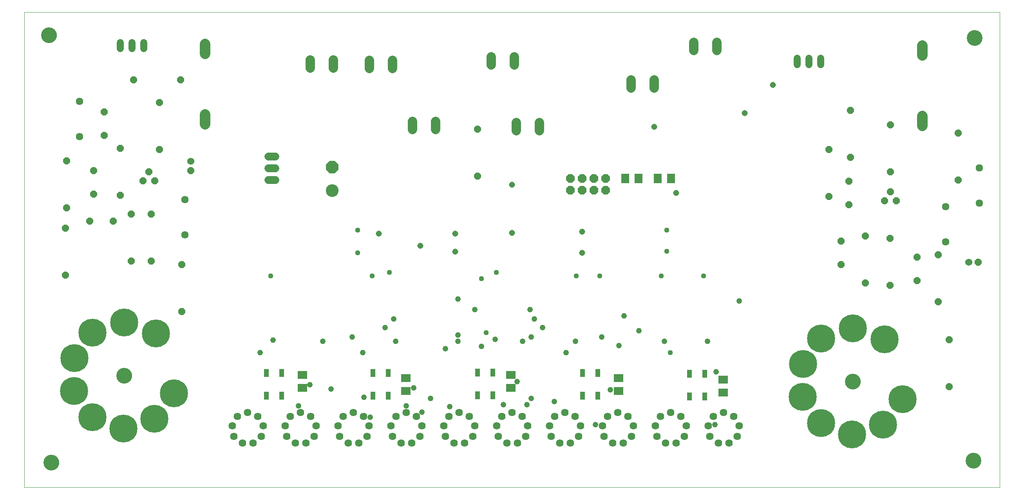
<source format=gts>
G75*
%MOIN*%
%OFA0B0*%
%FSLAX25Y25*%
%IPPOS*%
%LPD*%
%AMOC8*
5,1,8,0,0,1.08239X$1,22.5*
%
%ADD10C,0.00000*%
%ADD11C,0.07850*%
%ADD12OC8,0.06000*%
%ADD13R,0.07887X0.07099*%
%ADD14C,0.06000*%
%ADD15C,0.06343*%
%ADD16C,0.09050*%
%ADD17R,0.04343X0.06706*%
%ADD18R,0.07099X0.07898*%
%ADD19C,0.06000*%
%ADD20C,0.06400*%
%ADD21C,0.23800*%
%ADD22OC8,0.07400*%
%ADD23C,0.13398*%
%ADD24C,0.06800*%
%ADD25C,0.10800*%
%ADD26OC8,0.10800*%
%ADD27C,0.05156*%
%ADD28C,0.04369*%
%ADD29C,0.04762*%
%ADD30C,0.04800*%
D10*
X0002200Y0002700D02*
X0002200Y0407401D01*
X0832121Y0407401D01*
X0832121Y0002700D01*
X0002200Y0002700D01*
X0018901Y0023700D02*
X0018903Y0023858D01*
X0018909Y0024016D01*
X0018919Y0024174D01*
X0018933Y0024332D01*
X0018951Y0024489D01*
X0018972Y0024646D01*
X0018998Y0024802D01*
X0019028Y0024958D01*
X0019061Y0025113D01*
X0019099Y0025266D01*
X0019140Y0025419D01*
X0019185Y0025571D01*
X0019234Y0025722D01*
X0019287Y0025871D01*
X0019343Y0026019D01*
X0019403Y0026165D01*
X0019467Y0026310D01*
X0019535Y0026453D01*
X0019606Y0026595D01*
X0019680Y0026735D01*
X0019758Y0026872D01*
X0019840Y0027008D01*
X0019924Y0027142D01*
X0020013Y0027273D01*
X0020104Y0027402D01*
X0020199Y0027529D01*
X0020296Y0027654D01*
X0020397Y0027776D01*
X0020501Y0027895D01*
X0020608Y0028012D01*
X0020718Y0028126D01*
X0020831Y0028237D01*
X0020946Y0028346D01*
X0021064Y0028451D01*
X0021185Y0028553D01*
X0021308Y0028653D01*
X0021434Y0028749D01*
X0021562Y0028842D01*
X0021692Y0028932D01*
X0021825Y0029018D01*
X0021960Y0029102D01*
X0022096Y0029181D01*
X0022235Y0029258D01*
X0022376Y0029330D01*
X0022518Y0029400D01*
X0022662Y0029465D01*
X0022808Y0029527D01*
X0022955Y0029585D01*
X0023104Y0029640D01*
X0023254Y0029691D01*
X0023405Y0029738D01*
X0023557Y0029781D01*
X0023710Y0029820D01*
X0023865Y0029856D01*
X0024020Y0029887D01*
X0024176Y0029915D01*
X0024332Y0029939D01*
X0024489Y0029959D01*
X0024647Y0029975D01*
X0024804Y0029987D01*
X0024963Y0029995D01*
X0025121Y0029999D01*
X0025279Y0029999D01*
X0025437Y0029995D01*
X0025596Y0029987D01*
X0025753Y0029975D01*
X0025911Y0029959D01*
X0026068Y0029939D01*
X0026224Y0029915D01*
X0026380Y0029887D01*
X0026535Y0029856D01*
X0026690Y0029820D01*
X0026843Y0029781D01*
X0026995Y0029738D01*
X0027146Y0029691D01*
X0027296Y0029640D01*
X0027445Y0029585D01*
X0027592Y0029527D01*
X0027738Y0029465D01*
X0027882Y0029400D01*
X0028024Y0029330D01*
X0028165Y0029258D01*
X0028304Y0029181D01*
X0028440Y0029102D01*
X0028575Y0029018D01*
X0028708Y0028932D01*
X0028838Y0028842D01*
X0028966Y0028749D01*
X0029092Y0028653D01*
X0029215Y0028553D01*
X0029336Y0028451D01*
X0029454Y0028346D01*
X0029569Y0028237D01*
X0029682Y0028126D01*
X0029792Y0028012D01*
X0029899Y0027895D01*
X0030003Y0027776D01*
X0030104Y0027654D01*
X0030201Y0027529D01*
X0030296Y0027402D01*
X0030387Y0027273D01*
X0030476Y0027142D01*
X0030560Y0027008D01*
X0030642Y0026872D01*
X0030720Y0026735D01*
X0030794Y0026595D01*
X0030865Y0026453D01*
X0030933Y0026310D01*
X0030997Y0026165D01*
X0031057Y0026019D01*
X0031113Y0025871D01*
X0031166Y0025722D01*
X0031215Y0025571D01*
X0031260Y0025419D01*
X0031301Y0025266D01*
X0031339Y0025113D01*
X0031372Y0024958D01*
X0031402Y0024802D01*
X0031428Y0024646D01*
X0031449Y0024489D01*
X0031467Y0024332D01*
X0031481Y0024174D01*
X0031491Y0024016D01*
X0031497Y0023858D01*
X0031499Y0023700D01*
X0031497Y0023542D01*
X0031491Y0023384D01*
X0031481Y0023226D01*
X0031467Y0023068D01*
X0031449Y0022911D01*
X0031428Y0022754D01*
X0031402Y0022598D01*
X0031372Y0022442D01*
X0031339Y0022287D01*
X0031301Y0022134D01*
X0031260Y0021981D01*
X0031215Y0021829D01*
X0031166Y0021678D01*
X0031113Y0021529D01*
X0031057Y0021381D01*
X0030997Y0021235D01*
X0030933Y0021090D01*
X0030865Y0020947D01*
X0030794Y0020805D01*
X0030720Y0020665D01*
X0030642Y0020528D01*
X0030560Y0020392D01*
X0030476Y0020258D01*
X0030387Y0020127D01*
X0030296Y0019998D01*
X0030201Y0019871D01*
X0030104Y0019746D01*
X0030003Y0019624D01*
X0029899Y0019505D01*
X0029792Y0019388D01*
X0029682Y0019274D01*
X0029569Y0019163D01*
X0029454Y0019054D01*
X0029336Y0018949D01*
X0029215Y0018847D01*
X0029092Y0018747D01*
X0028966Y0018651D01*
X0028838Y0018558D01*
X0028708Y0018468D01*
X0028575Y0018382D01*
X0028440Y0018298D01*
X0028304Y0018219D01*
X0028165Y0018142D01*
X0028024Y0018070D01*
X0027882Y0018000D01*
X0027738Y0017935D01*
X0027592Y0017873D01*
X0027445Y0017815D01*
X0027296Y0017760D01*
X0027146Y0017709D01*
X0026995Y0017662D01*
X0026843Y0017619D01*
X0026690Y0017580D01*
X0026535Y0017544D01*
X0026380Y0017513D01*
X0026224Y0017485D01*
X0026068Y0017461D01*
X0025911Y0017441D01*
X0025753Y0017425D01*
X0025596Y0017413D01*
X0025437Y0017405D01*
X0025279Y0017401D01*
X0025121Y0017401D01*
X0024963Y0017405D01*
X0024804Y0017413D01*
X0024647Y0017425D01*
X0024489Y0017441D01*
X0024332Y0017461D01*
X0024176Y0017485D01*
X0024020Y0017513D01*
X0023865Y0017544D01*
X0023710Y0017580D01*
X0023557Y0017619D01*
X0023405Y0017662D01*
X0023254Y0017709D01*
X0023104Y0017760D01*
X0022955Y0017815D01*
X0022808Y0017873D01*
X0022662Y0017935D01*
X0022518Y0018000D01*
X0022376Y0018070D01*
X0022235Y0018142D01*
X0022096Y0018219D01*
X0021960Y0018298D01*
X0021825Y0018382D01*
X0021692Y0018468D01*
X0021562Y0018558D01*
X0021434Y0018651D01*
X0021308Y0018747D01*
X0021185Y0018847D01*
X0021064Y0018949D01*
X0020946Y0019054D01*
X0020831Y0019163D01*
X0020718Y0019274D01*
X0020608Y0019388D01*
X0020501Y0019505D01*
X0020397Y0019624D01*
X0020296Y0019746D01*
X0020199Y0019871D01*
X0020104Y0019998D01*
X0020013Y0020127D01*
X0019924Y0020258D01*
X0019840Y0020392D01*
X0019758Y0020528D01*
X0019680Y0020665D01*
X0019606Y0020805D01*
X0019535Y0020947D01*
X0019467Y0021090D01*
X0019403Y0021235D01*
X0019343Y0021381D01*
X0019287Y0021529D01*
X0019234Y0021678D01*
X0019185Y0021829D01*
X0019140Y0021981D01*
X0019099Y0022134D01*
X0019061Y0022287D01*
X0019028Y0022442D01*
X0018998Y0022598D01*
X0018972Y0022754D01*
X0018951Y0022911D01*
X0018933Y0023068D01*
X0018919Y0023226D01*
X0018909Y0023384D01*
X0018903Y0023542D01*
X0018901Y0023700D01*
X0080901Y0097700D02*
X0080903Y0097858D01*
X0080909Y0098016D01*
X0080919Y0098174D01*
X0080933Y0098332D01*
X0080951Y0098489D01*
X0080972Y0098646D01*
X0080998Y0098802D01*
X0081028Y0098958D01*
X0081061Y0099113D01*
X0081099Y0099266D01*
X0081140Y0099419D01*
X0081185Y0099571D01*
X0081234Y0099722D01*
X0081287Y0099871D01*
X0081343Y0100019D01*
X0081403Y0100165D01*
X0081467Y0100310D01*
X0081535Y0100453D01*
X0081606Y0100595D01*
X0081680Y0100735D01*
X0081758Y0100872D01*
X0081840Y0101008D01*
X0081924Y0101142D01*
X0082013Y0101273D01*
X0082104Y0101402D01*
X0082199Y0101529D01*
X0082296Y0101654D01*
X0082397Y0101776D01*
X0082501Y0101895D01*
X0082608Y0102012D01*
X0082718Y0102126D01*
X0082831Y0102237D01*
X0082946Y0102346D01*
X0083064Y0102451D01*
X0083185Y0102553D01*
X0083308Y0102653D01*
X0083434Y0102749D01*
X0083562Y0102842D01*
X0083692Y0102932D01*
X0083825Y0103018D01*
X0083960Y0103102D01*
X0084096Y0103181D01*
X0084235Y0103258D01*
X0084376Y0103330D01*
X0084518Y0103400D01*
X0084662Y0103465D01*
X0084808Y0103527D01*
X0084955Y0103585D01*
X0085104Y0103640D01*
X0085254Y0103691D01*
X0085405Y0103738D01*
X0085557Y0103781D01*
X0085710Y0103820D01*
X0085865Y0103856D01*
X0086020Y0103887D01*
X0086176Y0103915D01*
X0086332Y0103939D01*
X0086489Y0103959D01*
X0086647Y0103975D01*
X0086804Y0103987D01*
X0086963Y0103995D01*
X0087121Y0103999D01*
X0087279Y0103999D01*
X0087437Y0103995D01*
X0087596Y0103987D01*
X0087753Y0103975D01*
X0087911Y0103959D01*
X0088068Y0103939D01*
X0088224Y0103915D01*
X0088380Y0103887D01*
X0088535Y0103856D01*
X0088690Y0103820D01*
X0088843Y0103781D01*
X0088995Y0103738D01*
X0089146Y0103691D01*
X0089296Y0103640D01*
X0089445Y0103585D01*
X0089592Y0103527D01*
X0089738Y0103465D01*
X0089882Y0103400D01*
X0090024Y0103330D01*
X0090165Y0103258D01*
X0090304Y0103181D01*
X0090440Y0103102D01*
X0090575Y0103018D01*
X0090708Y0102932D01*
X0090838Y0102842D01*
X0090966Y0102749D01*
X0091092Y0102653D01*
X0091215Y0102553D01*
X0091336Y0102451D01*
X0091454Y0102346D01*
X0091569Y0102237D01*
X0091682Y0102126D01*
X0091792Y0102012D01*
X0091899Y0101895D01*
X0092003Y0101776D01*
X0092104Y0101654D01*
X0092201Y0101529D01*
X0092296Y0101402D01*
X0092387Y0101273D01*
X0092476Y0101142D01*
X0092560Y0101008D01*
X0092642Y0100872D01*
X0092720Y0100735D01*
X0092794Y0100595D01*
X0092865Y0100453D01*
X0092933Y0100310D01*
X0092997Y0100165D01*
X0093057Y0100019D01*
X0093113Y0099871D01*
X0093166Y0099722D01*
X0093215Y0099571D01*
X0093260Y0099419D01*
X0093301Y0099266D01*
X0093339Y0099113D01*
X0093372Y0098958D01*
X0093402Y0098802D01*
X0093428Y0098646D01*
X0093449Y0098489D01*
X0093467Y0098332D01*
X0093481Y0098174D01*
X0093491Y0098016D01*
X0093497Y0097858D01*
X0093499Y0097700D01*
X0093497Y0097542D01*
X0093491Y0097384D01*
X0093481Y0097226D01*
X0093467Y0097068D01*
X0093449Y0096911D01*
X0093428Y0096754D01*
X0093402Y0096598D01*
X0093372Y0096442D01*
X0093339Y0096287D01*
X0093301Y0096134D01*
X0093260Y0095981D01*
X0093215Y0095829D01*
X0093166Y0095678D01*
X0093113Y0095529D01*
X0093057Y0095381D01*
X0092997Y0095235D01*
X0092933Y0095090D01*
X0092865Y0094947D01*
X0092794Y0094805D01*
X0092720Y0094665D01*
X0092642Y0094528D01*
X0092560Y0094392D01*
X0092476Y0094258D01*
X0092387Y0094127D01*
X0092296Y0093998D01*
X0092201Y0093871D01*
X0092104Y0093746D01*
X0092003Y0093624D01*
X0091899Y0093505D01*
X0091792Y0093388D01*
X0091682Y0093274D01*
X0091569Y0093163D01*
X0091454Y0093054D01*
X0091336Y0092949D01*
X0091215Y0092847D01*
X0091092Y0092747D01*
X0090966Y0092651D01*
X0090838Y0092558D01*
X0090708Y0092468D01*
X0090575Y0092382D01*
X0090440Y0092298D01*
X0090304Y0092219D01*
X0090165Y0092142D01*
X0090024Y0092070D01*
X0089882Y0092000D01*
X0089738Y0091935D01*
X0089592Y0091873D01*
X0089445Y0091815D01*
X0089296Y0091760D01*
X0089146Y0091709D01*
X0088995Y0091662D01*
X0088843Y0091619D01*
X0088690Y0091580D01*
X0088535Y0091544D01*
X0088380Y0091513D01*
X0088224Y0091485D01*
X0088068Y0091461D01*
X0087911Y0091441D01*
X0087753Y0091425D01*
X0087596Y0091413D01*
X0087437Y0091405D01*
X0087279Y0091401D01*
X0087121Y0091401D01*
X0086963Y0091405D01*
X0086804Y0091413D01*
X0086647Y0091425D01*
X0086489Y0091441D01*
X0086332Y0091461D01*
X0086176Y0091485D01*
X0086020Y0091513D01*
X0085865Y0091544D01*
X0085710Y0091580D01*
X0085557Y0091619D01*
X0085405Y0091662D01*
X0085254Y0091709D01*
X0085104Y0091760D01*
X0084955Y0091815D01*
X0084808Y0091873D01*
X0084662Y0091935D01*
X0084518Y0092000D01*
X0084376Y0092070D01*
X0084235Y0092142D01*
X0084096Y0092219D01*
X0083960Y0092298D01*
X0083825Y0092382D01*
X0083692Y0092468D01*
X0083562Y0092558D01*
X0083434Y0092651D01*
X0083308Y0092747D01*
X0083185Y0092847D01*
X0083064Y0092949D01*
X0082946Y0093054D01*
X0082831Y0093163D01*
X0082718Y0093274D01*
X0082608Y0093388D01*
X0082501Y0093505D01*
X0082397Y0093624D01*
X0082296Y0093746D01*
X0082199Y0093871D01*
X0082104Y0093998D01*
X0082013Y0094127D01*
X0081924Y0094258D01*
X0081840Y0094392D01*
X0081758Y0094528D01*
X0081680Y0094665D01*
X0081606Y0094805D01*
X0081535Y0094947D01*
X0081467Y0095090D01*
X0081403Y0095235D01*
X0081343Y0095381D01*
X0081287Y0095529D01*
X0081234Y0095678D01*
X0081185Y0095829D01*
X0081140Y0095981D01*
X0081099Y0096134D01*
X0081061Y0096287D01*
X0081028Y0096442D01*
X0080998Y0096598D01*
X0080972Y0096754D01*
X0080951Y0096911D01*
X0080933Y0097068D01*
X0080919Y0097226D01*
X0080909Y0097384D01*
X0080903Y0097542D01*
X0080901Y0097700D01*
X0016901Y0387700D02*
X0016903Y0387858D01*
X0016909Y0388016D01*
X0016919Y0388174D01*
X0016933Y0388332D01*
X0016951Y0388489D01*
X0016972Y0388646D01*
X0016998Y0388802D01*
X0017028Y0388958D01*
X0017061Y0389113D01*
X0017099Y0389266D01*
X0017140Y0389419D01*
X0017185Y0389571D01*
X0017234Y0389722D01*
X0017287Y0389871D01*
X0017343Y0390019D01*
X0017403Y0390165D01*
X0017467Y0390310D01*
X0017535Y0390453D01*
X0017606Y0390595D01*
X0017680Y0390735D01*
X0017758Y0390872D01*
X0017840Y0391008D01*
X0017924Y0391142D01*
X0018013Y0391273D01*
X0018104Y0391402D01*
X0018199Y0391529D01*
X0018296Y0391654D01*
X0018397Y0391776D01*
X0018501Y0391895D01*
X0018608Y0392012D01*
X0018718Y0392126D01*
X0018831Y0392237D01*
X0018946Y0392346D01*
X0019064Y0392451D01*
X0019185Y0392553D01*
X0019308Y0392653D01*
X0019434Y0392749D01*
X0019562Y0392842D01*
X0019692Y0392932D01*
X0019825Y0393018D01*
X0019960Y0393102D01*
X0020096Y0393181D01*
X0020235Y0393258D01*
X0020376Y0393330D01*
X0020518Y0393400D01*
X0020662Y0393465D01*
X0020808Y0393527D01*
X0020955Y0393585D01*
X0021104Y0393640D01*
X0021254Y0393691D01*
X0021405Y0393738D01*
X0021557Y0393781D01*
X0021710Y0393820D01*
X0021865Y0393856D01*
X0022020Y0393887D01*
X0022176Y0393915D01*
X0022332Y0393939D01*
X0022489Y0393959D01*
X0022647Y0393975D01*
X0022804Y0393987D01*
X0022963Y0393995D01*
X0023121Y0393999D01*
X0023279Y0393999D01*
X0023437Y0393995D01*
X0023596Y0393987D01*
X0023753Y0393975D01*
X0023911Y0393959D01*
X0024068Y0393939D01*
X0024224Y0393915D01*
X0024380Y0393887D01*
X0024535Y0393856D01*
X0024690Y0393820D01*
X0024843Y0393781D01*
X0024995Y0393738D01*
X0025146Y0393691D01*
X0025296Y0393640D01*
X0025445Y0393585D01*
X0025592Y0393527D01*
X0025738Y0393465D01*
X0025882Y0393400D01*
X0026024Y0393330D01*
X0026165Y0393258D01*
X0026304Y0393181D01*
X0026440Y0393102D01*
X0026575Y0393018D01*
X0026708Y0392932D01*
X0026838Y0392842D01*
X0026966Y0392749D01*
X0027092Y0392653D01*
X0027215Y0392553D01*
X0027336Y0392451D01*
X0027454Y0392346D01*
X0027569Y0392237D01*
X0027682Y0392126D01*
X0027792Y0392012D01*
X0027899Y0391895D01*
X0028003Y0391776D01*
X0028104Y0391654D01*
X0028201Y0391529D01*
X0028296Y0391402D01*
X0028387Y0391273D01*
X0028476Y0391142D01*
X0028560Y0391008D01*
X0028642Y0390872D01*
X0028720Y0390735D01*
X0028794Y0390595D01*
X0028865Y0390453D01*
X0028933Y0390310D01*
X0028997Y0390165D01*
X0029057Y0390019D01*
X0029113Y0389871D01*
X0029166Y0389722D01*
X0029215Y0389571D01*
X0029260Y0389419D01*
X0029301Y0389266D01*
X0029339Y0389113D01*
X0029372Y0388958D01*
X0029402Y0388802D01*
X0029428Y0388646D01*
X0029449Y0388489D01*
X0029467Y0388332D01*
X0029481Y0388174D01*
X0029491Y0388016D01*
X0029497Y0387858D01*
X0029499Y0387700D01*
X0029497Y0387542D01*
X0029491Y0387384D01*
X0029481Y0387226D01*
X0029467Y0387068D01*
X0029449Y0386911D01*
X0029428Y0386754D01*
X0029402Y0386598D01*
X0029372Y0386442D01*
X0029339Y0386287D01*
X0029301Y0386134D01*
X0029260Y0385981D01*
X0029215Y0385829D01*
X0029166Y0385678D01*
X0029113Y0385529D01*
X0029057Y0385381D01*
X0028997Y0385235D01*
X0028933Y0385090D01*
X0028865Y0384947D01*
X0028794Y0384805D01*
X0028720Y0384665D01*
X0028642Y0384528D01*
X0028560Y0384392D01*
X0028476Y0384258D01*
X0028387Y0384127D01*
X0028296Y0383998D01*
X0028201Y0383871D01*
X0028104Y0383746D01*
X0028003Y0383624D01*
X0027899Y0383505D01*
X0027792Y0383388D01*
X0027682Y0383274D01*
X0027569Y0383163D01*
X0027454Y0383054D01*
X0027336Y0382949D01*
X0027215Y0382847D01*
X0027092Y0382747D01*
X0026966Y0382651D01*
X0026838Y0382558D01*
X0026708Y0382468D01*
X0026575Y0382382D01*
X0026440Y0382298D01*
X0026304Y0382219D01*
X0026165Y0382142D01*
X0026024Y0382070D01*
X0025882Y0382000D01*
X0025738Y0381935D01*
X0025592Y0381873D01*
X0025445Y0381815D01*
X0025296Y0381760D01*
X0025146Y0381709D01*
X0024995Y0381662D01*
X0024843Y0381619D01*
X0024690Y0381580D01*
X0024535Y0381544D01*
X0024380Y0381513D01*
X0024224Y0381485D01*
X0024068Y0381461D01*
X0023911Y0381441D01*
X0023753Y0381425D01*
X0023596Y0381413D01*
X0023437Y0381405D01*
X0023279Y0381401D01*
X0023121Y0381401D01*
X0022963Y0381405D01*
X0022804Y0381413D01*
X0022647Y0381425D01*
X0022489Y0381441D01*
X0022332Y0381461D01*
X0022176Y0381485D01*
X0022020Y0381513D01*
X0021865Y0381544D01*
X0021710Y0381580D01*
X0021557Y0381619D01*
X0021405Y0381662D01*
X0021254Y0381709D01*
X0021104Y0381760D01*
X0020955Y0381815D01*
X0020808Y0381873D01*
X0020662Y0381935D01*
X0020518Y0382000D01*
X0020376Y0382070D01*
X0020235Y0382142D01*
X0020096Y0382219D01*
X0019960Y0382298D01*
X0019825Y0382382D01*
X0019692Y0382468D01*
X0019562Y0382558D01*
X0019434Y0382651D01*
X0019308Y0382747D01*
X0019185Y0382847D01*
X0019064Y0382949D01*
X0018946Y0383054D01*
X0018831Y0383163D01*
X0018718Y0383274D01*
X0018608Y0383388D01*
X0018501Y0383505D01*
X0018397Y0383624D01*
X0018296Y0383746D01*
X0018199Y0383871D01*
X0018104Y0383998D01*
X0018013Y0384127D01*
X0017924Y0384258D01*
X0017840Y0384392D01*
X0017758Y0384528D01*
X0017680Y0384665D01*
X0017606Y0384805D01*
X0017535Y0384947D01*
X0017467Y0385090D01*
X0017403Y0385235D01*
X0017343Y0385381D01*
X0017287Y0385529D01*
X0017234Y0385678D01*
X0017185Y0385829D01*
X0017140Y0385981D01*
X0017099Y0386134D01*
X0017061Y0386287D01*
X0017028Y0386442D01*
X0016998Y0386598D01*
X0016972Y0386754D01*
X0016951Y0386911D01*
X0016933Y0387068D01*
X0016919Y0387226D01*
X0016909Y0387384D01*
X0016903Y0387542D01*
X0016901Y0387700D01*
X0700901Y0092700D02*
X0700903Y0092858D01*
X0700909Y0093016D01*
X0700919Y0093174D01*
X0700933Y0093332D01*
X0700951Y0093489D01*
X0700972Y0093646D01*
X0700998Y0093802D01*
X0701028Y0093958D01*
X0701061Y0094113D01*
X0701099Y0094266D01*
X0701140Y0094419D01*
X0701185Y0094571D01*
X0701234Y0094722D01*
X0701287Y0094871D01*
X0701343Y0095019D01*
X0701403Y0095165D01*
X0701467Y0095310D01*
X0701535Y0095453D01*
X0701606Y0095595D01*
X0701680Y0095735D01*
X0701758Y0095872D01*
X0701840Y0096008D01*
X0701924Y0096142D01*
X0702013Y0096273D01*
X0702104Y0096402D01*
X0702199Y0096529D01*
X0702296Y0096654D01*
X0702397Y0096776D01*
X0702501Y0096895D01*
X0702608Y0097012D01*
X0702718Y0097126D01*
X0702831Y0097237D01*
X0702946Y0097346D01*
X0703064Y0097451D01*
X0703185Y0097553D01*
X0703308Y0097653D01*
X0703434Y0097749D01*
X0703562Y0097842D01*
X0703692Y0097932D01*
X0703825Y0098018D01*
X0703960Y0098102D01*
X0704096Y0098181D01*
X0704235Y0098258D01*
X0704376Y0098330D01*
X0704518Y0098400D01*
X0704662Y0098465D01*
X0704808Y0098527D01*
X0704955Y0098585D01*
X0705104Y0098640D01*
X0705254Y0098691D01*
X0705405Y0098738D01*
X0705557Y0098781D01*
X0705710Y0098820D01*
X0705865Y0098856D01*
X0706020Y0098887D01*
X0706176Y0098915D01*
X0706332Y0098939D01*
X0706489Y0098959D01*
X0706647Y0098975D01*
X0706804Y0098987D01*
X0706963Y0098995D01*
X0707121Y0098999D01*
X0707279Y0098999D01*
X0707437Y0098995D01*
X0707596Y0098987D01*
X0707753Y0098975D01*
X0707911Y0098959D01*
X0708068Y0098939D01*
X0708224Y0098915D01*
X0708380Y0098887D01*
X0708535Y0098856D01*
X0708690Y0098820D01*
X0708843Y0098781D01*
X0708995Y0098738D01*
X0709146Y0098691D01*
X0709296Y0098640D01*
X0709445Y0098585D01*
X0709592Y0098527D01*
X0709738Y0098465D01*
X0709882Y0098400D01*
X0710024Y0098330D01*
X0710165Y0098258D01*
X0710304Y0098181D01*
X0710440Y0098102D01*
X0710575Y0098018D01*
X0710708Y0097932D01*
X0710838Y0097842D01*
X0710966Y0097749D01*
X0711092Y0097653D01*
X0711215Y0097553D01*
X0711336Y0097451D01*
X0711454Y0097346D01*
X0711569Y0097237D01*
X0711682Y0097126D01*
X0711792Y0097012D01*
X0711899Y0096895D01*
X0712003Y0096776D01*
X0712104Y0096654D01*
X0712201Y0096529D01*
X0712296Y0096402D01*
X0712387Y0096273D01*
X0712476Y0096142D01*
X0712560Y0096008D01*
X0712642Y0095872D01*
X0712720Y0095735D01*
X0712794Y0095595D01*
X0712865Y0095453D01*
X0712933Y0095310D01*
X0712997Y0095165D01*
X0713057Y0095019D01*
X0713113Y0094871D01*
X0713166Y0094722D01*
X0713215Y0094571D01*
X0713260Y0094419D01*
X0713301Y0094266D01*
X0713339Y0094113D01*
X0713372Y0093958D01*
X0713402Y0093802D01*
X0713428Y0093646D01*
X0713449Y0093489D01*
X0713467Y0093332D01*
X0713481Y0093174D01*
X0713491Y0093016D01*
X0713497Y0092858D01*
X0713499Y0092700D01*
X0713497Y0092542D01*
X0713491Y0092384D01*
X0713481Y0092226D01*
X0713467Y0092068D01*
X0713449Y0091911D01*
X0713428Y0091754D01*
X0713402Y0091598D01*
X0713372Y0091442D01*
X0713339Y0091287D01*
X0713301Y0091134D01*
X0713260Y0090981D01*
X0713215Y0090829D01*
X0713166Y0090678D01*
X0713113Y0090529D01*
X0713057Y0090381D01*
X0712997Y0090235D01*
X0712933Y0090090D01*
X0712865Y0089947D01*
X0712794Y0089805D01*
X0712720Y0089665D01*
X0712642Y0089528D01*
X0712560Y0089392D01*
X0712476Y0089258D01*
X0712387Y0089127D01*
X0712296Y0088998D01*
X0712201Y0088871D01*
X0712104Y0088746D01*
X0712003Y0088624D01*
X0711899Y0088505D01*
X0711792Y0088388D01*
X0711682Y0088274D01*
X0711569Y0088163D01*
X0711454Y0088054D01*
X0711336Y0087949D01*
X0711215Y0087847D01*
X0711092Y0087747D01*
X0710966Y0087651D01*
X0710838Y0087558D01*
X0710708Y0087468D01*
X0710575Y0087382D01*
X0710440Y0087298D01*
X0710304Y0087219D01*
X0710165Y0087142D01*
X0710024Y0087070D01*
X0709882Y0087000D01*
X0709738Y0086935D01*
X0709592Y0086873D01*
X0709445Y0086815D01*
X0709296Y0086760D01*
X0709146Y0086709D01*
X0708995Y0086662D01*
X0708843Y0086619D01*
X0708690Y0086580D01*
X0708535Y0086544D01*
X0708380Y0086513D01*
X0708224Y0086485D01*
X0708068Y0086461D01*
X0707911Y0086441D01*
X0707753Y0086425D01*
X0707596Y0086413D01*
X0707437Y0086405D01*
X0707279Y0086401D01*
X0707121Y0086401D01*
X0706963Y0086405D01*
X0706804Y0086413D01*
X0706647Y0086425D01*
X0706489Y0086441D01*
X0706332Y0086461D01*
X0706176Y0086485D01*
X0706020Y0086513D01*
X0705865Y0086544D01*
X0705710Y0086580D01*
X0705557Y0086619D01*
X0705405Y0086662D01*
X0705254Y0086709D01*
X0705104Y0086760D01*
X0704955Y0086815D01*
X0704808Y0086873D01*
X0704662Y0086935D01*
X0704518Y0087000D01*
X0704376Y0087070D01*
X0704235Y0087142D01*
X0704096Y0087219D01*
X0703960Y0087298D01*
X0703825Y0087382D01*
X0703692Y0087468D01*
X0703562Y0087558D01*
X0703434Y0087651D01*
X0703308Y0087747D01*
X0703185Y0087847D01*
X0703064Y0087949D01*
X0702946Y0088054D01*
X0702831Y0088163D01*
X0702718Y0088274D01*
X0702608Y0088388D01*
X0702501Y0088505D01*
X0702397Y0088624D01*
X0702296Y0088746D01*
X0702199Y0088871D01*
X0702104Y0088998D01*
X0702013Y0089127D01*
X0701924Y0089258D01*
X0701840Y0089392D01*
X0701758Y0089528D01*
X0701680Y0089665D01*
X0701606Y0089805D01*
X0701535Y0089947D01*
X0701467Y0090090D01*
X0701403Y0090235D01*
X0701343Y0090381D01*
X0701287Y0090529D01*
X0701234Y0090678D01*
X0701185Y0090829D01*
X0701140Y0090981D01*
X0701099Y0091134D01*
X0701061Y0091287D01*
X0701028Y0091442D01*
X0700998Y0091598D01*
X0700972Y0091754D01*
X0700951Y0091911D01*
X0700933Y0092068D01*
X0700919Y0092226D01*
X0700909Y0092384D01*
X0700903Y0092542D01*
X0700901Y0092700D01*
X0803401Y0025200D02*
X0803403Y0025358D01*
X0803409Y0025516D01*
X0803419Y0025674D01*
X0803433Y0025832D01*
X0803451Y0025989D01*
X0803472Y0026146D01*
X0803498Y0026302D01*
X0803528Y0026458D01*
X0803561Y0026613D01*
X0803599Y0026766D01*
X0803640Y0026919D01*
X0803685Y0027071D01*
X0803734Y0027222D01*
X0803787Y0027371D01*
X0803843Y0027519D01*
X0803903Y0027665D01*
X0803967Y0027810D01*
X0804035Y0027953D01*
X0804106Y0028095D01*
X0804180Y0028235D01*
X0804258Y0028372D01*
X0804340Y0028508D01*
X0804424Y0028642D01*
X0804513Y0028773D01*
X0804604Y0028902D01*
X0804699Y0029029D01*
X0804796Y0029154D01*
X0804897Y0029276D01*
X0805001Y0029395D01*
X0805108Y0029512D01*
X0805218Y0029626D01*
X0805331Y0029737D01*
X0805446Y0029846D01*
X0805564Y0029951D01*
X0805685Y0030053D01*
X0805808Y0030153D01*
X0805934Y0030249D01*
X0806062Y0030342D01*
X0806192Y0030432D01*
X0806325Y0030518D01*
X0806460Y0030602D01*
X0806596Y0030681D01*
X0806735Y0030758D01*
X0806876Y0030830D01*
X0807018Y0030900D01*
X0807162Y0030965D01*
X0807308Y0031027D01*
X0807455Y0031085D01*
X0807604Y0031140D01*
X0807754Y0031191D01*
X0807905Y0031238D01*
X0808057Y0031281D01*
X0808210Y0031320D01*
X0808365Y0031356D01*
X0808520Y0031387D01*
X0808676Y0031415D01*
X0808832Y0031439D01*
X0808989Y0031459D01*
X0809147Y0031475D01*
X0809304Y0031487D01*
X0809463Y0031495D01*
X0809621Y0031499D01*
X0809779Y0031499D01*
X0809937Y0031495D01*
X0810096Y0031487D01*
X0810253Y0031475D01*
X0810411Y0031459D01*
X0810568Y0031439D01*
X0810724Y0031415D01*
X0810880Y0031387D01*
X0811035Y0031356D01*
X0811190Y0031320D01*
X0811343Y0031281D01*
X0811495Y0031238D01*
X0811646Y0031191D01*
X0811796Y0031140D01*
X0811945Y0031085D01*
X0812092Y0031027D01*
X0812238Y0030965D01*
X0812382Y0030900D01*
X0812524Y0030830D01*
X0812665Y0030758D01*
X0812804Y0030681D01*
X0812940Y0030602D01*
X0813075Y0030518D01*
X0813208Y0030432D01*
X0813338Y0030342D01*
X0813466Y0030249D01*
X0813592Y0030153D01*
X0813715Y0030053D01*
X0813836Y0029951D01*
X0813954Y0029846D01*
X0814069Y0029737D01*
X0814182Y0029626D01*
X0814292Y0029512D01*
X0814399Y0029395D01*
X0814503Y0029276D01*
X0814604Y0029154D01*
X0814701Y0029029D01*
X0814796Y0028902D01*
X0814887Y0028773D01*
X0814976Y0028642D01*
X0815060Y0028508D01*
X0815142Y0028372D01*
X0815220Y0028235D01*
X0815294Y0028095D01*
X0815365Y0027953D01*
X0815433Y0027810D01*
X0815497Y0027665D01*
X0815557Y0027519D01*
X0815613Y0027371D01*
X0815666Y0027222D01*
X0815715Y0027071D01*
X0815760Y0026919D01*
X0815801Y0026766D01*
X0815839Y0026613D01*
X0815872Y0026458D01*
X0815902Y0026302D01*
X0815928Y0026146D01*
X0815949Y0025989D01*
X0815967Y0025832D01*
X0815981Y0025674D01*
X0815991Y0025516D01*
X0815997Y0025358D01*
X0815999Y0025200D01*
X0815997Y0025042D01*
X0815991Y0024884D01*
X0815981Y0024726D01*
X0815967Y0024568D01*
X0815949Y0024411D01*
X0815928Y0024254D01*
X0815902Y0024098D01*
X0815872Y0023942D01*
X0815839Y0023787D01*
X0815801Y0023634D01*
X0815760Y0023481D01*
X0815715Y0023329D01*
X0815666Y0023178D01*
X0815613Y0023029D01*
X0815557Y0022881D01*
X0815497Y0022735D01*
X0815433Y0022590D01*
X0815365Y0022447D01*
X0815294Y0022305D01*
X0815220Y0022165D01*
X0815142Y0022028D01*
X0815060Y0021892D01*
X0814976Y0021758D01*
X0814887Y0021627D01*
X0814796Y0021498D01*
X0814701Y0021371D01*
X0814604Y0021246D01*
X0814503Y0021124D01*
X0814399Y0021005D01*
X0814292Y0020888D01*
X0814182Y0020774D01*
X0814069Y0020663D01*
X0813954Y0020554D01*
X0813836Y0020449D01*
X0813715Y0020347D01*
X0813592Y0020247D01*
X0813466Y0020151D01*
X0813338Y0020058D01*
X0813208Y0019968D01*
X0813075Y0019882D01*
X0812940Y0019798D01*
X0812804Y0019719D01*
X0812665Y0019642D01*
X0812524Y0019570D01*
X0812382Y0019500D01*
X0812238Y0019435D01*
X0812092Y0019373D01*
X0811945Y0019315D01*
X0811796Y0019260D01*
X0811646Y0019209D01*
X0811495Y0019162D01*
X0811343Y0019119D01*
X0811190Y0019080D01*
X0811035Y0019044D01*
X0810880Y0019013D01*
X0810724Y0018985D01*
X0810568Y0018961D01*
X0810411Y0018941D01*
X0810253Y0018925D01*
X0810096Y0018913D01*
X0809937Y0018905D01*
X0809779Y0018901D01*
X0809621Y0018901D01*
X0809463Y0018905D01*
X0809304Y0018913D01*
X0809147Y0018925D01*
X0808989Y0018941D01*
X0808832Y0018961D01*
X0808676Y0018985D01*
X0808520Y0019013D01*
X0808365Y0019044D01*
X0808210Y0019080D01*
X0808057Y0019119D01*
X0807905Y0019162D01*
X0807754Y0019209D01*
X0807604Y0019260D01*
X0807455Y0019315D01*
X0807308Y0019373D01*
X0807162Y0019435D01*
X0807018Y0019500D01*
X0806876Y0019570D01*
X0806735Y0019642D01*
X0806596Y0019719D01*
X0806460Y0019798D01*
X0806325Y0019882D01*
X0806192Y0019968D01*
X0806062Y0020058D01*
X0805934Y0020151D01*
X0805808Y0020247D01*
X0805685Y0020347D01*
X0805564Y0020449D01*
X0805446Y0020554D01*
X0805331Y0020663D01*
X0805218Y0020774D01*
X0805108Y0020888D01*
X0805001Y0021005D01*
X0804897Y0021124D01*
X0804796Y0021246D01*
X0804699Y0021371D01*
X0804604Y0021498D01*
X0804513Y0021627D01*
X0804424Y0021758D01*
X0804340Y0021892D01*
X0804258Y0022028D01*
X0804180Y0022165D01*
X0804106Y0022305D01*
X0804035Y0022447D01*
X0803967Y0022590D01*
X0803903Y0022735D01*
X0803843Y0022881D01*
X0803787Y0023029D01*
X0803734Y0023178D01*
X0803685Y0023329D01*
X0803640Y0023481D01*
X0803599Y0023634D01*
X0803561Y0023787D01*
X0803528Y0023942D01*
X0803498Y0024098D01*
X0803472Y0024254D01*
X0803451Y0024411D01*
X0803433Y0024568D01*
X0803419Y0024726D01*
X0803409Y0024884D01*
X0803403Y0025042D01*
X0803401Y0025200D01*
X0804401Y0385200D02*
X0804403Y0385358D01*
X0804409Y0385516D01*
X0804419Y0385674D01*
X0804433Y0385832D01*
X0804451Y0385989D01*
X0804472Y0386146D01*
X0804498Y0386302D01*
X0804528Y0386458D01*
X0804561Y0386613D01*
X0804599Y0386766D01*
X0804640Y0386919D01*
X0804685Y0387071D01*
X0804734Y0387222D01*
X0804787Y0387371D01*
X0804843Y0387519D01*
X0804903Y0387665D01*
X0804967Y0387810D01*
X0805035Y0387953D01*
X0805106Y0388095D01*
X0805180Y0388235D01*
X0805258Y0388372D01*
X0805340Y0388508D01*
X0805424Y0388642D01*
X0805513Y0388773D01*
X0805604Y0388902D01*
X0805699Y0389029D01*
X0805796Y0389154D01*
X0805897Y0389276D01*
X0806001Y0389395D01*
X0806108Y0389512D01*
X0806218Y0389626D01*
X0806331Y0389737D01*
X0806446Y0389846D01*
X0806564Y0389951D01*
X0806685Y0390053D01*
X0806808Y0390153D01*
X0806934Y0390249D01*
X0807062Y0390342D01*
X0807192Y0390432D01*
X0807325Y0390518D01*
X0807460Y0390602D01*
X0807596Y0390681D01*
X0807735Y0390758D01*
X0807876Y0390830D01*
X0808018Y0390900D01*
X0808162Y0390965D01*
X0808308Y0391027D01*
X0808455Y0391085D01*
X0808604Y0391140D01*
X0808754Y0391191D01*
X0808905Y0391238D01*
X0809057Y0391281D01*
X0809210Y0391320D01*
X0809365Y0391356D01*
X0809520Y0391387D01*
X0809676Y0391415D01*
X0809832Y0391439D01*
X0809989Y0391459D01*
X0810147Y0391475D01*
X0810304Y0391487D01*
X0810463Y0391495D01*
X0810621Y0391499D01*
X0810779Y0391499D01*
X0810937Y0391495D01*
X0811096Y0391487D01*
X0811253Y0391475D01*
X0811411Y0391459D01*
X0811568Y0391439D01*
X0811724Y0391415D01*
X0811880Y0391387D01*
X0812035Y0391356D01*
X0812190Y0391320D01*
X0812343Y0391281D01*
X0812495Y0391238D01*
X0812646Y0391191D01*
X0812796Y0391140D01*
X0812945Y0391085D01*
X0813092Y0391027D01*
X0813238Y0390965D01*
X0813382Y0390900D01*
X0813524Y0390830D01*
X0813665Y0390758D01*
X0813804Y0390681D01*
X0813940Y0390602D01*
X0814075Y0390518D01*
X0814208Y0390432D01*
X0814338Y0390342D01*
X0814466Y0390249D01*
X0814592Y0390153D01*
X0814715Y0390053D01*
X0814836Y0389951D01*
X0814954Y0389846D01*
X0815069Y0389737D01*
X0815182Y0389626D01*
X0815292Y0389512D01*
X0815399Y0389395D01*
X0815503Y0389276D01*
X0815604Y0389154D01*
X0815701Y0389029D01*
X0815796Y0388902D01*
X0815887Y0388773D01*
X0815976Y0388642D01*
X0816060Y0388508D01*
X0816142Y0388372D01*
X0816220Y0388235D01*
X0816294Y0388095D01*
X0816365Y0387953D01*
X0816433Y0387810D01*
X0816497Y0387665D01*
X0816557Y0387519D01*
X0816613Y0387371D01*
X0816666Y0387222D01*
X0816715Y0387071D01*
X0816760Y0386919D01*
X0816801Y0386766D01*
X0816839Y0386613D01*
X0816872Y0386458D01*
X0816902Y0386302D01*
X0816928Y0386146D01*
X0816949Y0385989D01*
X0816967Y0385832D01*
X0816981Y0385674D01*
X0816991Y0385516D01*
X0816997Y0385358D01*
X0816999Y0385200D01*
X0816997Y0385042D01*
X0816991Y0384884D01*
X0816981Y0384726D01*
X0816967Y0384568D01*
X0816949Y0384411D01*
X0816928Y0384254D01*
X0816902Y0384098D01*
X0816872Y0383942D01*
X0816839Y0383787D01*
X0816801Y0383634D01*
X0816760Y0383481D01*
X0816715Y0383329D01*
X0816666Y0383178D01*
X0816613Y0383029D01*
X0816557Y0382881D01*
X0816497Y0382735D01*
X0816433Y0382590D01*
X0816365Y0382447D01*
X0816294Y0382305D01*
X0816220Y0382165D01*
X0816142Y0382028D01*
X0816060Y0381892D01*
X0815976Y0381758D01*
X0815887Y0381627D01*
X0815796Y0381498D01*
X0815701Y0381371D01*
X0815604Y0381246D01*
X0815503Y0381124D01*
X0815399Y0381005D01*
X0815292Y0380888D01*
X0815182Y0380774D01*
X0815069Y0380663D01*
X0814954Y0380554D01*
X0814836Y0380449D01*
X0814715Y0380347D01*
X0814592Y0380247D01*
X0814466Y0380151D01*
X0814338Y0380058D01*
X0814208Y0379968D01*
X0814075Y0379882D01*
X0813940Y0379798D01*
X0813804Y0379719D01*
X0813665Y0379642D01*
X0813524Y0379570D01*
X0813382Y0379500D01*
X0813238Y0379435D01*
X0813092Y0379373D01*
X0812945Y0379315D01*
X0812796Y0379260D01*
X0812646Y0379209D01*
X0812495Y0379162D01*
X0812343Y0379119D01*
X0812190Y0379080D01*
X0812035Y0379044D01*
X0811880Y0379013D01*
X0811724Y0378985D01*
X0811568Y0378961D01*
X0811411Y0378941D01*
X0811253Y0378925D01*
X0811096Y0378913D01*
X0810937Y0378905D01*
X0810779Y0378901D01*
X0810621Y0378901D01*
X0810463Y0378905D01*
X0810304Y0378913D01*
X0810147Y0378925D01*
X0809989Y0378941D01*
X0809832Y0378961D01*
X0809676Y0378985D01*
X0809520Y0379013D01*
X0809365Y0379044D01*
X0809210Y0379080D01*
X0809057Y0379119D01*
X0808905Y0379162D01*
X0808754Y0379209D01*
X0808604Y0379260D01*
X0808455Y0379315D01*
X0808308Y0379373D01*
X0808162Y0379435D01*
X0808018Y0379500D01*
X0807876Y0379570D01*
X0807735Y0379642D01*
X0807596Y0379719D01*
X0807460Y0379798D01*
X0807325Y0379882D01*
X0807192Y0379968D01*
X0807062Y0380058D01*
X0806934Y0380151D01*
X0806808Y0380247D01*
X0806685Y0380347D01*
X0806564Y0380449D01*
X0806446Y0380554D01*
X0806331Y0380663D01*
X0806218Y0380774D01*
X0806108Y0380888D01*
X0806001Y0381005D01*
X0805897Y0381124D01*
X0805796Y0381246D01*
X0805699Y0381371D01*
X0805604Y0381498D01*
X0805513Y0381627D01*
X0805424Y0381758D01*
X0805340Y0381892D01*
X0805258Y0382028D01*
X0805180Y0382165D01*
X0805106Y0382305D01*
X0805035Y0382447D01*
X0804967Y0382590D01*
X0804903Y0382735D01*
X0804843Y0382881D01*
X0804787Y0383029D01*
X0804734Y0383178D01*
X0804685Y0383329D01*
X0804640Y0383481D01*
X0804599Y0383634D01*
X0804561Y0383787D01*
X0804528Y0383942D01*
X0804498Y0384098D01*
X0804472Y0384254D01*
X0804451Y0384411D01*
X0804433Y0384568D01*
X0804419Y0384726D01*
X0804409Y0384884D01*
X0804403Y0385042D01*
X0804401Y0385200D01*
D11*
X0591543Y0381725D02*
X0591543Y0374675D01*
X0571857Y0374675D02*
X0571857Y0381725D01*
X0538043Y0349725D02*
X0538043Y0342675D01*
X0518357Y0342675D02*
X0518357Y0349725D01*
X0440543Y0313225D02*
X0440543Y0306175D01*
X0420857Y0306175D02*
X0420857Y0313225D01*
X0352043Y0314225D02*
X0352043Y0307175D01*
X0332357Y0307175D02*
X0332357Y0314225D01*
X0315543Y0359175D02*
X0315543Y0366225D01*
X0295857Y0366225D02*
X0295857Y0359175D01*
X0265043Y0359675D02*
X0265043Y0366725D01*
X0245357Y0366725D02*
X0245357Y0359675D01*
X0399357Y0362175D02*
X0399357Y0369225D01*
X0419043Y0369225D02*
X0419043Y0362175D01*
D12*
X0387700Y0307700D03*
X0387700Y0267700D03*
X0143700Y0272200D03*
X0113200Y0263700D03*
X0103200Y0263700D03*
X0108200Y0271200D03*
X0117200Y0290200D03*
X0083700Y0291200D03*
X0070200Y0302200D03*
X0070200Y0322200D03*
X0117200Y0330200D03*
X0135200Y0349700D03*
X0095200Y0349700D03*
X0038200Y0280700D03*
X0061200Y0272200D03*
X0061200Y0252200D03*
X0083700Y0251200D03*
X0093200Y0235200D03*
X0077700Y0229200D03*
X0057700Y0229200D03*
X0037200Y0223200D03*
X0038200Y0240700D03*
X0110200Y0235200D03*
X0110200Y0195200D03*
X0093200Y0195200D03*
X0136200Y0192200D03*
X0136200Y0152200D03*
X0037200Y0183200D03*
X0686700Y0250200D03*
X0703700Y0243200D03*
X0734200Y0246700D03*
X0739200Y0254200D03*
X0744200Y0246700D03*
X0703700Y0263200D03*
X0739200Y0271200D03*
X0705200Y0283700D03*
X0686700Y0290200D03*
X0739200Y0311200D03*
X0705200Y0323700D03*
X0796700Y0304200D03*
X0796700Y0264200D03*
X0738700Y0214700D03*
X0717700Y0216700D03*
X0697200Y0212200D03*
X0697200Y0192200D03*
X0717700Y0176700D03*
X0738700Y0174700D03*
X0761700Y0178700D03*
X0779700Y0160700D03*
X0789200Y0128200D03*
X0789200Y0088200D03*
X0813700Y0194200D03*
X0779700Y0200700D03*
X0761700Y0198700D03*
D13*
X0596700Y0094212D03*
X0596700Y0083188D03*
X0507700Y0084688D03*
X0507700Y0095712D03*
X0416200Y0098212D03*
X0416200Y0087188D03*
X0326700Y0084688D03*
X0326700Y0095712D03*
X0238700Y0098212D03*
X0238700Y0087188D03*
D14*
X0143700Y0280200D03*
X0805700Y0194200D03*
D15*
X0786200Y0211700D03*
X0786200Y0241700D03*
X0814700Y0244700D03*
X0814700Y0274700D03*
X0138700Y0247700D03*
X0138700Y0217700D03*
X0049200Y0301200D03*
X0049200Y0331200D03*
D16*
X0155700Y0320325D02*
X0155700Y0312075D01*
X0155700Y0372075D02*
X0155700Y0380325D01*
X0766200Y0378825D02*
X0766200Y0370575D01*
X0766200Y0318825D02*
X0766200Y0310575D01*
D17*
X0581196Y0099346D03*
X0568204Y0099346D03*
X0568204Y0080054D03*
X0581196Y0080054D03*
X0490196Y0080554D03*
X0477204Y0080554D03*
X0477204Y0099846D03*
X0490196Y0099846D03*
X0400696Y0100346D03*
X0387704Y0100346D03*
X0387704Y0081054D03*
X0400696Y0081054D03*
X0311696Y0080554D03*
X0298704Y0080554D03*
X0298704Y0099846D03*
X0311696Y0099846D03*
X0221196Y0099846D03*
X0208204Y0099846D03*
X0208204Y0080554D03*
X0221196Y0080554D03*
D18*
X0513602Y0265700D03*
X0524798Y0265700D03*
X0541102Y0265700D03*
X0552298Y0265700D03*
D19*
X0659700Y0362600D02*
X0659700Y0367800D01*
X0669700Y0367800D02*
X0669700Y0362600D01*
X0679700Y0362600D02*
X0679700Y0367800D01*
X0103700Y0376100D02*
X0103700Y0381300D01*
X0093700Y0381300D02*
X0093700Y0376100D01*
X0083700Y0376100D02*
X0083700Y0381300D01*
D20*
X0192200Y0066096D03*
X0183589Y0062962D03*
X0179007Y0055026D03*
X0180599Y0046002D03*
X0187618Y0040112D03*
X0196782Y0040112D03*
X0203801Y0046002D03*
X0205393Y0055026D03*
X0200811Y0062962D03*
X0224007Y0055026D03*
X0225599Y0046002D03*
X0232618Y0040112D03*
X0241782Y0040112D03*
X0248801Y0046002D03*
X0250393Y0055026D03*
X0245811Y0062962D03*
X0237200Y0066096D03*
X0228589Y0062962D03*
X0269007Y0055026D03*
X0270599Y0046002D03*
X0277618Y0040112D03*
X0286782Y0040112D03*
X0293801Y0046002D03*
X0295393Y0055026D03*
X0290811Y0062962D03*
X0282200Y0066096D03*
X0273589Y0062962D03*
X0314007Y0055026D03*
X0315599Y0046002D03*
X0322618Y0040112D03*
X0331782Y0040112D03*
X0338801Y0046002D03*
X0340393Y0055026D03*
X0335811Y0062962D03*
X0327200Y0066096D03*
X0318589Y0062962D03*
X0359007Y0055026D03*
X0360599Y0046002D03*
X0367618Y0040112D03*
X0376782Y0040112D03*
X0383801Y0046002D03*
X0385393Y0055026D03*
X0380811Y0062962D03*
X0372200Y0066096D03*
X0363589Y0062962D03*
X0404007Y0055026D03*
X0405599Y0046002D03*
X0412618Y0040112D03*
X0421782Y0040112D03*
X0428801Y0046002D03*
X0430393Y0055026D03*
X0425811Y0062962D03*
X0417200Y0066096D03*
X0408589Y0062962D03*
X0449007Y0055026D03*
X0450599Y0046002D03*
X0457618Y0040112D03*
X0466782Y0040112D03*
X0473801Y0046002D03*
X0475393Y0055026D03*
X0470811Y0062962D03*
X0462200Y0066096D03*
X0453589Y0062962D03*
X0494007Y0055026D03*
X0495599Y0046002D03*
X0502618Y0040112D03*
X0511782Y0040112D03*
X0518801Y0046002D03*
X0520393Y0055026D03*
X0515811Y0062962D03*
X0507200Y0066096D03*
X0498589Y0062962D03*
X0539007Y0055026D03*
X0540599Y0046002D03*
X0547618Y0040112D03*
X0556782Y0040112D03*
X0563801Y0046002D03*
X0565393Y0055026D03*
X0560811Y0062962D03*
X0552200Y0066096D03*
X0543589Y0062962D03*
X0584007Y0055026D03*
X0585599Y0046002D03*
X0592618Y0040112D03*
X0601782Y0040112D03*
X0608801Y0046002D03*
X0610393Y0055026D03*
X0605811Y0062962D03*
X0597200Y0066096D03*
X0588589Y0062962D03*
D21*
X0664584Y0079477D03*
X0680278Y0057109D03*
X0706579Y0047488D03*
X0732701Y0055839D03*
X0749350Y0077641D03*
X0664630Y0107529D03*
X0680004Y0129192D03*
X0707139Y0137805D03*
X0734055Y0128421D03*
X0129350Y0082641D03*
X0112701Y0060839D03*
X0086579Y0052488D03*
X0060278Y0062109D03*
X0044584Y0084477D03*
X0044630Y0112529D03*
X0060004Y0134192D03*
X0087139Y0142805D03*
X0114055Y0133421D03*
D22*
X0466700Y0255700D03*
X0466700Y0265700D03*
X0476700Y0265700D03*
X0486700Y0265700D03*
X0496700Y0265700D03*
X0496700Y0255700D03*
X0486700Y0255700D03*
X0476700Y0255700D03*
D23*
X0810700Y0385200D03*
X0707200Y0092700D03*
X0809700Y0025200D03*
X0087200Y0097700D03*
X0025200Y0023700D03*
X0023200Y0387700D03*
D24*
X0209700Y0284200D02*
X0215700Y0284200D01*
X0215700Y0274200D02*
X0209700Y0274200D01*
X0209700Y0264200D02*
X0215700Y0264200D01*
D25*
X0264200Y0255200D03*
D26*
X0264200Y0275200D03*
D27*
X0303700Y0218700D03*
X0339200Y0208200D03*
X0368700Y0203200D03*
X0368700Y0218700D03*
X0417200Y0219200D03*
X0476700Y0220200D03*
X0476700Y0202200D03*
X0556700Y0253200D03*
X0538200Y0309700D03*
X0615200Y0321200D03*
X0639200Y0345200D03*
X0417200Y0260200D03*
D28*
X0548700Y0221700D03*
X0548700Y0203700D03*
X0544200Y0182700D03*
X0580200Y0182700D03*
X0491700Y0182700D03*
X0471700Y0182700D03*
X0403700Y0185700D03*
X0391200Y0180200D03*
X0312700Y0185700D03*
X0298200Y0182700D03*
X0285700Y0202200D03*
X0285700Y0221700D03*
X0211700Y0182700D03*
X0395200Y0134200D03*
X0551700Y0117200D03*
D29*
X0463200Y0117200D03*
X0391200Y0122700D03*
X0290200Y0117200D03*
X0202700Y0117200D03*
D30*
X0213700Y0127800D03*
X0256000Y0126900D03*
X0281200Y0130500D03*
X0309100Y0138600D03*
X0316300Y0145800D03*
X0318100Y0126900D03*
X0360400Y0120600D03*
X0371200Y0126900D03*
X0371200Y0132300D03*
X0402700Y0128700D03*
X0426100Y0126900D03*
X0433300Y0130500D03*
X0443200Y0138600D03*
X0436000Y0145800D03*
X0432400Y0153900D03*
X0385600Y0153900D03*
X0371200Y0162900D03*
X0471100Y0126900D03*
X0493600Y0130500D03*
X0508000Y0123300D03*
X0525100Y0135900D03*
X0512500Y0148500D03*
X0546700Y0126900D03*
X0583600Y0126900D03*
X0590800Y0100800D03*
X0589900Y0055800D03*
X0500800Y0085500D03*
X0453100Y0075600D03*
X0433300Y0078300D03*
X0429700Y0072900D03*
X0409900Y0072900D03*
X0421600Y0092700D03*
X0364000Y0071100D03*
X0347800Y0078300D03*
X0333400Y0087300D03*
X0327100Y0072000D03*
X0340600Y0066600D03*
X0296500Y0062100D03*
X0291100Y0079200D03*
X0263200Y0086400D03*
X0245200Y0090000D03*
X0235300Y0072000D03*
X0488200Y0055800D03*
X0610600Y0161100D03*
M02*

</source>
